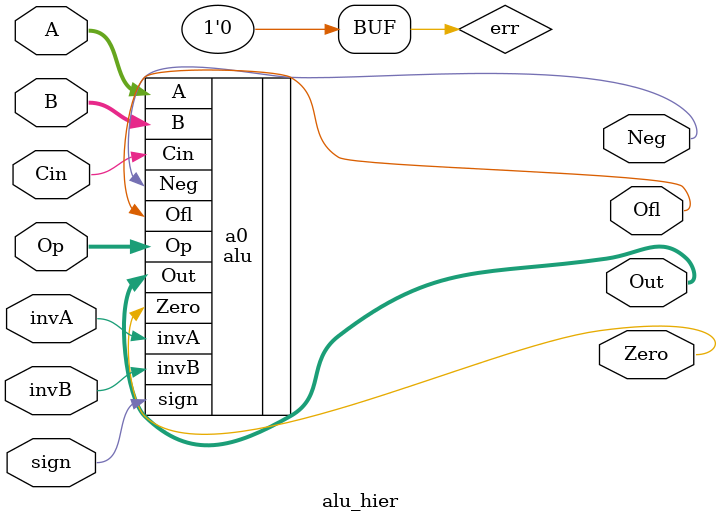
<source format=v>
/*
    CS/ECE 552 Spring '19
    Homework #4, Problem 2

    A 16-bit ALU module combined with clkrst.
*/
module alu_hier(A, B, Cin, Op, invA, invB, sign, Out, Ofl, Zero, Neg);

   // declare constant for size of inputs, outputs (N),
   // and operations (O)
   parameter    N = 16;
   parameter    O = 4;

   input [N-1:0] A;
   input [N-1:0] B;
   input Cin;
   input [O-1:0] Op;
   input invA;
   input invB;
   input sign;
   output [N-1:0] Out;
   output Ofl;
   output Zero;
   output Neg;

   wire clk;
   wire rst;
   wire err;

   assign err = 1'b0;

   clkrst c0(
             // Outputs
             .clk                       (clk),
             .rst                       (rst),
             // Inputs
             .err                       (err)
            );

    alu a0(
          // Outputs
          .Out                          (Out[15:0]),
          .Ofl                          (Ofl),
          .Zero                         (Zero),
          .Neg                          (Neg),
          // Inputs
          .A                            (A[15:0]),
          .B                            (B[15:0]),
          .Cin                          (Cin),
          .Op                           (Op[3:0]),
          .invA                         (invA),
          .invB                         (invB),
          .sign                         (sign)
         );
endmodule // alu_hier

</source>
